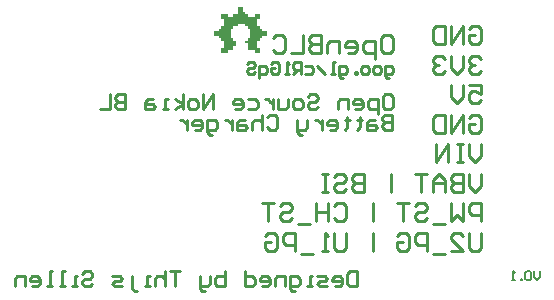
<source format=gbo>
%FSLAX25Y25*%
%MOIN*%
G70*
G01*
G75*
G04 Layer_Color=32896*
%ADD10R,0.02165X0.03740*%
%ADD11R,0.04400X0.05700*%
%ADD12R,0.06890X0.05709*%
%ADD13O,0.02953X0.01181*%
%ADD14R,0.05700X0.04400*%
%ADD15R,0.03937X0.02756*%
%ADD16R,0.02600X0.03800*%
%ADD17R,0.05709X0.05709*%
%ADD18R,0.00984X0.01969*%
%ADD19R,0.01181X0.01969*%
%ADD20R,0.01969X0.00984*%
%ADD21R,0.01969X0.01181*%
%ADD22R,0.08465X0.06299*%
%ADD23O,0.00945X0.02362*%
%ADD24R,0.02200X0.02400*%
%ADD25R,0.17700X0.07100*%
%ADD26R,0.07100X0.14200*%
%ADD27R,0.02400X0.02200*%
%ADD28R,0.05906X0.05906*%
%ADD29R,0.05906X0.04724*%
%ADD30C,0.00800*%
%ADD31C,0.00787*%
%ADD32C,0.01969*%
%ADD33C,0.01181*%
%ADD34C,0.03937*%
%ADD35C,0.02378*%
%ADD36C,0.05906*%
%ADD37R,0.05906X0.05906*%
%ADD38C,0.00984*%
%ADD39C,0.00394*%
%ADD40C,0.00600*%
%ADD41C,0.01000*%
%ADD42R,0.03365X0.04940*%
%ADD43R,0.05600X0.06900*%
%ADD44R,0.08090X0.06909*%
%ADD45O,0.04153X0.02381*%
%ADD46R,0.06900X0.05600*%
%ADD47R,0.05137X0.03956*%
%ADD48R,0.03800X0.05000*%
%ADD49R,0.06909X0.06909*%
%ADD50R,0.02184X0.03169*%
%ADD51R,0.02381X0.03169*%
%ADD52R,0.03169X0.02184*%
%ADD53R,0.03169X0.02381*%
%ADD54R,0.08865X0.06699*%
%ADD55O,0.01345X0.02762*%
%ADD56R,0.03400X0.03600*%
%ADD57R,0.18900X0.08300*%
%ADD58R,0.08300X0.15400*%
%ADD59R,0.03600X0.03400*%
%ADD60R,0.07106X0.07106*%
%ADD61R,0.07106X0.05924*%
%ADD62C,0.03578*%
%ADD63C,0.07106*%
%ADD64R,0.07106X0.07106*%
G36*
X81019Y-5164D02*
Y-5964D01*
X81819D01*
Y-6764D01*
X82619D01*
Y-7564D01*
X85019D01*
Y-6764D01*
X86619D01*
Y-7564D01*
Y-8364D01*
X85819D01*
Y-9164D01*
Y-9964D01*
Y-10764D01*
X86619D01*
Y-11564D01*
X87419D01*
Y-12364D01*
X89019D01*
Y-13164D01*
Y-13964D01*
X87419D01*
Y-14764D01*
X86619D01*
Y-15564D01*
X85819D01*
Y-16364D01*
Y-17164D01*
Y-17964D01*
X86619D01*
Y-18764D01*
Y-19564D01*
X85019D01*
Y-18764D01*
X82619D01*
Y-17964D01*
Y-17164D01*
Y-16364D01*
X81819D01*
Y-15564D01*
X82619D01*
Y-14764D01*
X83419D01*
Y-13964D01*
Y-13164D01*
Y-12364D01*
Y-11564D01*
X82619D01*
Y-10764D01*
X81819D01*
Y-9964D01*
X79419D01*
Y-10764D01*
X77819D01*
Y-11564D01*
X77019D01*
Y-12364D01*
Y-13164D01*
Y-13964D01*
Y-14764D01*
X77819D01*
Y-15564D01*
X78619D01*
Y-16364D01*
Y-17164D01*
X77819D01*
Y-17964D01*
Y-18764D01*
X76219D01*
Y-19564D01*
X73819D01*
Y-18764D01*
Y-17964D01*
X74619D01*
Y-17164D01*
Y-16364D01*
Y-15564D01*
X73819D01*
Y-14764D01*
X73019D01*
Y-13964D01*
X71419D01*
Y-13164D01*
Y-12364D01*
X73019D01*
Y-11564D01*
X73819D01*
Y-10764D01*
X74619D01*
Y-9964D01*
Y-9164D01*
Y-8364D01*
X73819D01*
Y-7564D01*
Y-6764D01*
X76219D01*
Y-7564D01*
X77819D01*
Y-6764D01*
X79419D01*
Y-5964D01*
Y-5164D01*
Y-4364D01*
X81019D01*
Y-5164D01*
D02*
G37*
D40*
X180118Y-92473D02*
Y-94473D01*
X179118Y-95472D01*
X178119Y-94473D01*
Y-92473D01*
X177119Y-92973D02*
X176619Y-92473D01*
X175620D01*
X175120Y-92973D01*
Y-94973D01*
X175620Y-95472D01*
X176619D01*
X177119Y-94973D01*
Y-92973D01*
X174120Y-95472D02*
Y-94973D01*
X173620D01*
Y-95472D01*
X174120D01*
X171621D02*
X170621D01*
X171121D01*
Y-92473D01*
X171621Y-92973D01*
D41*
X160433Y-59947D02*
Y-63946D01*
X158434Y-65945D01*
X156434Y-63946D01*
Y-59947D01*
X154435D02*
Y-65945D01*
X151436D01*
X150436Y-64945D01*
Y-63946D01*
X151436Y-62946D01*
X154435D01*
X151436D01*
X150436Y-61946D01*
Y-60947D01*
X151436Y-59947D01*
X154435D01*
X148437Y-65945D02*
Y-61946D01*
X146438Y-59947D01*
X144438Y-61946D01*
Y-65945D01*
Y-62946D01*
X148437D01*
X142439Y-59947D02*
X138440D01*
X140439D01*
Y-65945D01*
X130443Y-59947D02*
Y-65945D01*
X121446Y-59947D02*
Y-65945D01*
X118447D01*
X117447Y-64945D01*
Y-63946D01*
X118447Y-62946D01*
X121446D01*
X118447D01*
X117447Y-61946D01*
Y-60947D01*
X118447Y-59947D01*
X121446D01*
X111449Y-60947D02*
X112449Y-59947D01*
X114448D01*
X115448Y-60947D01*
Y-61946D01*
X114448Y-62946D01*
X112449D01*
X111449Y-63946D01*
Y-64945D01*
X112449Y-65945D01*
X114448D01*
X115448Y-64945D01*
X109450Y-59947D02*
X107450D01*
X108450D01*
Y-65945D01*
X109450D01*
X107450D01*
X160433Y-75787D02*
Y-69789D01*
X157434D01*
X156434Y-70789D01*
Y-72788D01*
X157434Y-73788D01*
X160433D01*
X154435Y-69789D02*
Y-75787D01*
X152436Y-73788D01*
X150436Y-75787D01*
Y-69789D01*
X148437Y-76787D02*
X144438D01*
X138440Y-70789D02*
X139440Y-69789D01*
X141439D01*
X142439Y-70789D01*
Y-71789D01*
X141439Y-72788D01*
X139440D01*
X138440Y-73788D01*
Y-74788D01*
X139440Y-75787D01*
X141439D01*
X142439Y-74788D01*
X136441Y-69789D02*
X132442D01*
X134441D01*
Y-75787D01*
X124445Y-69789D02*
Y-75787D01*
X111449Y-70789D02*
X112449Y-69789D01*
X114448D01*
X115448Y-70789D01*
Y-74788D01*
X114448Y-75787D01*
X112449D01*
X111449Y-74788D01*
X109450Y-69789D02*
Y-75787D01*
Y-72788D01*
X105451D01*
Y-69789D01*
Y-75787D01*
X103452Y-76787D02*
X99453D01*
X93455Y-70789D02*
X94454Y-69789D01*
X96454D01*
X97453Y-70789D01*
Y-71789D01*
X96454Y-72788D01*
X94454D01*
X93455Y-73788D01*
Y-74788D01*
X94454Y-75787D01*
X96454D01*
X97453Y-74788D01*
X91455Y-69789D02*
X87457D01*
X89456D01*
Y-75787D01*
X160433Y-79632D02*
Y-84630D01*
X159433Y-85630D01*
X157434D01*
X156434Y-84630D01*
Y-79632D01*
X150436Y-85630D02*
X154435D01*
X150436Y-81631D01*
Y-80632D01*
X151436Y-79632D01*
X153435D01*
X154435Y-80632D01*
X148437Y-86630D02*
X144438D01*
X142439Y-85630D02*
Y-79632D01*
X139440D01*
X138440Y-80632D01*
Y-82631D01*
X139440Y-83631D01*
X142439D01*
X132442Y-80632D02*
X133442Y-79632D01*
X135441D01*
X136441Y-80632D01*
Y-84630D01*
X135441Y-85630D01*
X133442D01*
X132442Y-84630D01*
Y-82631D01*
X134441D01*
X124445Y-79632D02*
Y-85630D01*
X115448Y-79632D02*
Y-84630D01*
X114448Y-85630D01*
X112449D01*
X111449Y-84630D01*
Y-79632D01*
X109450Y-85630D02*
X107450D01*
X108450D01*
Y-79632D01*
X109450Y-80632D01*
X104451Y-86630D02*
X100452D01*
X98453Y-85630D02*
Y-79632D01*
X95454D01*
X94454Y-80632D01*
Y-82631D01*
X95454Y-83631D01*
X98453D01*
X88456Y-80632D02*
X89456Y-79632D01*
X91455D01*
X92455Y-80632D01*
Y-84630D01*
X91455Y-85630D01*
X89456D01*
X88456Y-84630D01*
Y-82631D01*
X90456D01*
X129573Y-27908D02*
X128906D01*
X128240Y-27241D01*
Y-23909D01*
X130239D01*
X130905Y-24576D01*
Y-25908D01*
X130239Y-26575D01*
X128240D01*
X126240D02*
X124907D01*
X124241Y-25908D01*
Y-24576D01*
X124907Y-23909D01*
X126240D01*
X126907Y-24576D01*
Y-25908D01*
X126240Y-26575D01*
X122242D02*
X120909D01*
X120242Y-25908D01*
Y-24576D01*
X120909Y-23909D01*
X122242D01*
X122908Y-24576D01*
Y-25908D01*
X122242Y-26575D01*
X118909D02*
Y-25908D01*
X118243D01*
Y-26575D01*
X118909D01*
X114244Y-27908D02*
X113578D01*
X112911Y-27241D01*
Y-23909D01*
X114911D01*
X115577Y-24576D01*
Y-25908D01*
X114911Y-26575D01*
X112911D01*
X111578D02*
X110246D01*
X110912D01*
Y-22576D01*
X111578D01*
X108246Y-26575D02*
X105580Y-23909D01*
X101582D02*
X103581D01*
X104247Y-24576D01*
Y-25908D01*
X103581Y-26575D01*
X101582D01*
X100249D02*
Y-22576D01*
X98249D01*
X97583Y-23243D01*
Y-24576D01*
X98249Y-25242D01*
X100249D01*
X98916D02*
X97583Y-26575D01*
X96250D02*
X94917D01*
X95584D01*
Y-22576D01*
X96250Y-23243D01*
X90252D02*
X90918Y-22576D01*
X92251D01*
X92918Y-23243D01*
Y-25908D01*
X92251Y-26575D01*
X90918D01*
X90252Y-25908D01*
Y-24576D01*
X91585D01*
X86253Y-27908D02*
Y-23909D01*
X88253D01*
X88919Y-24576D01*
Y-25908D01*
X88253Y-26575D01*
X86253D01*
X82254Y-23243D02*
X82921Y-22576D01*
X84254D01*
X84920Y-23243D01*
Y-23909D01*
X84254Y-24576D01*
X82921D01*
X82254Y-25242D01*
Y-25908D01*
X82921Y-26575D01*
X84254D01*
X84920Y-25908D01*
X127907Y-13687D02*
X129906D01*
X130905Y-14687D01*
Y-18685D01*
X129906Y-19685D01*
X127907D01*
X126907Y-18685D01*
Y-14687D01*
X127907Y-13687D01*
X124907Y-21684D02*
Y-15686D01*
X121908D01*
X120909Y-16686D01*
Y-18685D01*
X121908Y-19685D01*
X124907D01*
X115910D02*
X117910D01*
X118909Y-18685D01*
Y-16686D01*
X117910Y-15686D01*
X115910D01*
X114911Y-16686D01*
Y-17686D01*
X118909D01*
X112911Y-19685D02*
Y-15686D01*
X109912D01*
X108913Y-16686D01*
Y-19685D01*
X106913Y-13687D02*
Y-19685D01*
X103914D01*
X102915Y-18685D01*
Y-17686D01*
X103914Y-16686D01*
X106913D01*
X103914D01*
X102915Y-15686D01*
Y-14687D01*
X103914Y-13687D01*
X106913D01*
X100915D02*
Y-19685D01*
X96917D01*
X90918Y-14687D02*
X91918Y-13687D01*
X93918D01*
X94917Y-14687D01*
Y-18685D01*
X93918Y-19685D01*
X91918D01*
X90918Y-18685D01*
X128406Y-33388D02*
X130072D01*
X130905Y-34220D01*
Y-37553D01*
X130072Y-38386D01*
X128406D01*
X127573Y-37553D01*
Y-34220D01*
X128406Y-33388D01*
X125907Y-40052D02*
Y-35054D01*
X123408D01*
X122575Y-35887D01*
Y-37553D01*
X123408Y-38386D01*
X125907D01*
X118410D02*
X120076D01*
X120909Y-37553D01*
Y-35887D01*
X120076Y-35054D01*
X118410D01*
X117577Y-35887D01*
Y-36720D01*
X120909D01*
X115910Y-38386D02*
Y-35054D01*
X113411D01*
X112578Y-35887D01*
Y-38386D01*
X102581Y-34220D02*
X103414Y-33388D01*
X105080D01*
X105914Y-34220D01*
Y-35054D01*
X105080Y-35887D01*
X103414D01*
X102581Y-36720D01*
Y-37553D01*
X103414Y-38386D01*
X105080D01*
X105914Y-37553D01*
X100082Y-38386D02*
X98416D01*
X97583Y-37553D01*
Y-35887D01*
X98416Y-35054D01*
X100082D01*
X100915Y-35887D01*
Y-37553D01*
X100082Y-38386D01*
X95917Y-35054D02*
Y-37553D01*
X95084Y-38386D01*
X92585D01*
Y-35054D01*
X90918D02*
Y-38386D01*
Y-36720D01*
X90085Y-35887D01*
X89252Y-35054D01*
X88419D01*
X82588D02*
X85087D01*
X85920Y-35887D01*
Y-37553D01*
X85087Y-38386D01*
X82588D01*
X78422D02*
X80089D01*
X80922Y-37553D01*
Y-35887D01*
X80089Y-35054D01*
X78422D01*
X77589Y-35887D01*
Y-36720D01*
X80922D01*
X70925Y-38386D02*
Y-33388D01*
X67593Y-38386D01*
Y-33388D01*
X65093Y-38386D02*
X63427D01*
X62594Y-37553D01*
Y-35887D01*
X63427Y-35054D01*
X65093D01*
X65927Y-35887D01*
Y-37553D01*
X65093Y-38386D01*
X60928D02*
Y-33388D01*
Y-36720D02*
X58429Y-35054D01*
X60928Y-36720D02*
X58429Y-38386D01*
X55930D02*
X54264D01*
X55097D01*
Y-35054D01*
X55930D01*
X50931D02*
X49265D01*
X48432Y-35887D01*
Y-38386D01*
X50931D01*
X51765Y-37553D01*
X50931Y-36720D01*
X48432D01*
X41768Y-33388D02*
Y-38386D01*
X39268D01*
X38436Y-37553D01*
Y-36720D01*
X39268Y-35887D01*
X41768D01*
X39268D01*
X38436Y-35054D01*
Y-34220D01*
X39268Y-33388D01*
X41768D01*
X36769D02*
Y-38386D01*
X33437D01*
X130828Y-40277D02*
Y-45276D01*
X128329D01*
X127496Y-44442D01*
Y-43609D01*
X128329Y-42776D01*
X130828D01*
X128329D01*
X127496Y-41943D01*
Y-41110D01*
X128329Y-40277D01*
X130828D01*
X124997Y-41943D02*
X123331D01*
X122498Y-42776D01*
Y-45276D01*
X124997D01*
X125830Y-44442D01*
X124997Y-43609D01*
X122498D01*
X119999Y-41110D02*
Y-41943D01*
X120832D01*
X119166D01*
X119999D01*
Y-44442D01*
X119166Y-45276D01*
X115833Y-41110D02*
Y-41943D01*
X116666D01*
X115000D01*
X115833D01*
Y-44442D01*
X115000Y-45276D01*
X110002D02*
X111668D01*
X112501Y-44442D01*
Y-42776D01*
X111668Y-41943D01*
X110002D01*
X109169Y-42776D01*
Y-43609D01*
X112501D01*
X107503Y-41943D02*
Y-45276D01*
Y-43609D01*
X106670Y-42776D01*
X105836Y-41943D01*
X105003D01*
X102504D02*
Y-44442D01*
X101671Y-45276D01*
X99172D01*
Y-46109D01*
X100005Y-46942D01*
X100838D01*
X99172Y-45276D02*
Y-41943D01*
X89175Y-41110D02*
X90008Y-40277D01*
X91674D01*
X92507Y-41110D01*
Y-44442D01*
X91674Y-45276D01*
X90008D01*
X89175Y-44442D01*
X87509Y-40277D02*
Y-45276D01*
Y-42776D01*
X86676Y-41943D01*
X85010D01*
X84177Y-42776D01*
Y-45276D01*
X81678Y-41943D02*
X80011D01*
X79178Y-42776D01*
Y-45276D01*
X81678D01*
X82511Y-44442D01*
X81678Y-43609D01*
X79178D01*
X77512Y-41943D02*
Y-45276D01*
Y-43609D01*
X76679Y-42776D01*
X75846Y-41943D01*
X75013D01*
X70848Y-46942D02*
X70015D01*
X69182Y-46109D01*
Y-41943D01*
X71681D01*
X72514Y-42776D01*
Y-44442D01*
X71681Y-45276D01*
X69182D01*
X65016D02*
X66682D01*
X67516Y-44442D01*
Y-42776D01*
X66682Y-41943D01*
X65016D01*
X64183Y-42776D01*
Y-43609D01*
X67516D01*
X62517Y-41943D02*
Y-45276D01*
Y-43609D01*
X61684Y-42776D01*
X60851Y-41943D01*
X60018D01*
X119095Y-92443D02*
Y-97441D01*
X116595D01*
X115762Y-96608D01*
Y-93276D01*
X116595Y-92443D01*
X119095D01*
X111597Y-97441D02*
X113263D01*
X114096Y-96608D01*
Y-94942D01*
X113263Y-94109D01*
X111597D01*
X110764Y-94942D01*
Y-95775D01*
X114096D01*
X109098Y-97441D02*
X106598D01*
X105765Y-96608D01*
X106598Y-95775D01*
X108265D01*
X109098Y-94942D01*
X108265Y-94109D01*
X105765D01*
X104099Y-97441D02*
X102433D01*
X103266D01*
Y-94109D01*
X104099D01*
X98268Y-99107D02*
X97435D01*
X96602Y-98274D01*
Y-94109D01*
X99101D01*
X99934Y-94942D01*
Y-96608D01*
X99101Y-97441D01*
X96602D01*
X94936D02*
Y-94109D01*
X92436D01*
X91603Y-94942D01*
Y-97441D01*
X87438D02*
X89104D01*
X89937Y-96608D01*
Y-94942D01*
X89104Y-94109D01*
X87438D01*
X86605Y-94942D01*
Y-95775D01*
X89937D01*
X81607Y-92443D02*
Y-97441D01*
X84106D01*
X84939Y-96608D01*
Y-94942D01*
X84106Y-94109D01*
X81607D01*
X74942Y-92443D02*
Y-97441D01*
X72443D01*
X71610Y-96608D01*
Y-95775D01*
Y-94942D01*
X72443Y-94109D01*
X74942D01*
X69944D02*
Y-96608D01*
X69111Y-97441D01*
X66611D01*
Y-98274D01*
X67445Y-99107D01*
X68278D01*
X66611Y-97441D02*
Y-94109D01*
X59947Y-92443D02*
X56615D01*
X58281D01*
Y-97441D01*
X54949Y-92443D02*
Y-97441D01*
Y-94942D01*
X54115Y-94109D01*
X52449D01*
X51616Y-94942D01*
Y-97441D01*
X49950D02*
X48284D01*
X49117D01*
Y-94109D01*
X49950D01*
X45785Y-99107D02*
X44952D01*
X44119Y-98274D01*
Y-94109D01*
X40786Y-97441D02*
X38287D01*
X37454Y-96608D01*
X38287Y-95775D01*
X39954D01*
X40786Y-94942D01*
X39954Y-94109D01*
X37454D01*
X27457Y-93276D02*
X28291Y-92443D01*
X29957D01*
X30790Y-93276D01*
Y-94109D01*
X29957Y-94942D01*
X28291D01*
X27457Y-95775D01*
Y-96608D01*
X28291Y-97441D01*
X29957D01*
X30790Y-96608D01*
X25791Y-97441D02*
X24125D01*
X24958D01*
Y-94109D01*
X25791D01*
X21626Y-97441D02*
X19960D01*
X20793D01*
Y-92443D01*
X21626D01*
X17461Y-97441D02*
X15795D01*
X16628D01*
Y-92443D01*
X17461D01*
X10796Y-97441D02*
X12462D01*
X13295Y-96608D01*
Y-94942D01*
X12462Y-94109D01*
X10796D01*
X9963Y-94942D01*
Y-95775D01*
X13295D01*
X8297Y-97441D02*
Y-94109D01*
X5798D01*
X4965Y-94942D01*
Y-97441D01*
X156434Y-11734D02*
X157434Y-10734D01*
X159433D01*
X160433Y-11734D01*
Y-15733D01*
X159433Y-16732D01*
X157434D01*
X156434Y-15733D01*
Y-13733D01*
X158434D01*
X154435Y-16732D02*
Y-10734D01*
X150436Y-16732D01*
Y-10734D01*
X148437D02*
Y-16732D01*
X145438D01*
X144438Y-15733D01*
Y-11734D01*
X145438Y-10734D01*
X148437D01*
X160433Y-21576D02*
X159433Y-20577D01*
X157434D01*
X156434Y-21576D01*
Y-22576D01*
X157434Y-23576D01*
X158434D01*
X157434D01*
X156434Y-24576D01*
Y-25575D01*
X157434Y-26575D01*
X159433D01*
X160433Y-25575D01*
X154435Y-20577D02*
Y-24576D01*
X152436Y-26575D01*
X150436Y-24576D01*
Y-20577D01*
X148437Y-21576D02*
X147437Y-20577D01*
X145438D01*
X144438Y-21576D01*
Y-22576D01*
X145438Y-23576D01*
X146438D01*
X145438D01*
X144438Y-24576D01*
Y-25575D01*
X145438Y-26575D01*
X147437D01*
X148437Y-25575D01*
X156434Y-30419D02*
X160433D01*
Y-33418D01*
X158434Y-32419D01*
X157434D01*
X156434Y-33418D01*
Y-35418D01*
X157434Y-36417D01*
X159433D01*
X160433Y-35418D01*
X154435Y-30419D02*
Y-34418D01*
X152436Y-36417D01*
X150436Y-34418D01*
Y-30419D01*
X156434Y-41262D02*
X157434Y-40262D01*
X159433D01*
X160433Y-41262D01*
Y-45260D01*
X159433Y-46260D01*
X157434D01*
X156434Y-45260D01*
Y-43261D01*
X158434D01*
X154435Y-46260D02*
Y-40262D01*
X150436Y-46260D01*
Y-40262D01*
X148437D02*
Y-46260D01*
X145438D01*
X144438Y-45260D01*
Y-41262D01*
X145438Y-40262D01*
X148437D01*
X160433Y-50104D02*
Y-54103D01*
X158434Y-56102D01*
X156434Y-54103D01*
Y-50104D01*
X154435D02*
X152436D01*
X153435D01*
Y-56102D01*
X154435D01*
X152436D01*
X149437D02*
Y-50104D01*
X145438Y-56102D01*
Y-50104D01*
M02*

</source>
